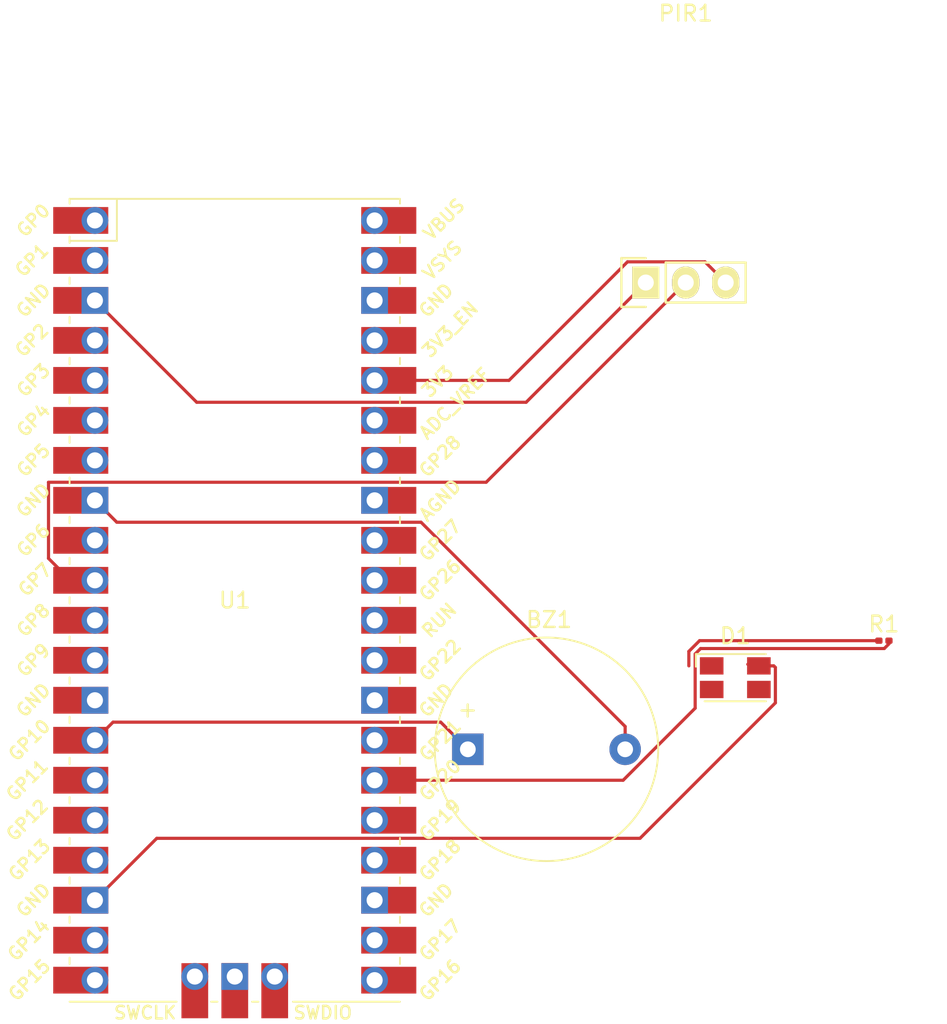
<source format=kicad_pcb>
(kicad_pcb (version 20240108) (generator "pcbnew") (generator_version "8.0")
  (layers (0 "F.Cu" signal) (31 "B.Cu" signal) (34 "B.Paste" user) (35 "F.Paste" user) (36 "B.SilkS" user "B.Silkscreen") (37 "F.SilkS" user "F.Silkscreen") (38 "B.Mask" user) (39 "F.Mask" user) (44 "Edge.Cuts" user))
  (net 0 "")
  (net 1 "Net-(BZ1-+)")
  (net 2 "Net-(BZ1--)")
  (net 3 "Net-(D1-A)")
  (net 4 "Net-(D1-K)")
  (net 5 "Net-(PIR1-VCC)")
  (net 6 "Net-(PIR1-DATA)")
  (net 7 "Net-(PIR1-GND)")
  (net 8 "Net-(U1-GPIO20)")
  (footprint "Resistor_SMD:R_0201_0603Metric" (layer "F.Cu") (at 127.655 98.5)
    (property "Reference" "R1" (at 0 -1.05 0) (layer "F.SilkS"))
    (property "Value" "R")
    (pad "1" smd roundrect (at -0.32 0) (size 0.46 0.4) (layers "F.Cu" "F.Mask") (net 4 "Net-(D1-K)"))
    (pad "2" smd roundrect (at 0.32 0) (size 0.46 0.4) (layers "F.Cu" "F.Mask") (net 8 "Net-(U1-GPIO20)"))
  )
  (footprint "MCU_RaspberryPi_and_Boards:RPi_Pico_SMD_TH" (layer "F.Cu") (at 86.39 95.935)
    (property "Reference" "U1" (at 0 0 0) (layer "F.SilkS"))
    (property "Value" "Pico")
    (fp_line (start -10.5 -25.5) (end -10.5 -25.2) (stroke (width 0.12)) (layer "F.SilkS"))
    (fp_line (start -10.5 -25.5) (end 10.5 -25.5) (stroke (width 0.12)) (layer "F.SilkS"))
    (fp_line (start -10.5 -23.1) (end -10.5 -22.7) (stroke (width 0.12)) (layer "F.SilkS"))
    (fp_line (start -10.5 -22.833) (end -7.493 -22.833) (stroke (width 0.12)) (layer "F.SilkS"))
    (fp_line (start -10.5 -20.5) (end -10.5 -20.1) (stroke (width 0.12)) (layer "F.SilkS"))
    (fp_line (start -10.5 -18) (end -10.5 -17.6) (stroke (width 0.12)) (layer "F.SilkS"))
    (fp_line (start -10.5 -15.4) (end -10.5 -15) (stroke (width 0.12)) (layer "F.SilkS"))
    (fp_line (start -10.5 -12.9) (end -10.5 -12.5) (stroke (width 0.12)) (layer "F.SilkS"))
    (fp_line (start -10.5 -10.4) (end -10.5 -10) (stroke (width 0.12)) (layer "F.SilkS"))
    (fp_line (start -10.5 -7.8) (end -10.5 -7.4) (stroke (width 0.12)) (layer "F.SilkS"))
    (fp_line (start -10.5 -5.3) (end -10.5 -4.9) (stroke (width 0.12)) (layer "F.SilkS"))
    (fp_line (start -10.5 -2.7) (end -10.5 -2.3) (stroke (width 0.12)) (layer "F.SilkS"))
    (fp_line (start -10.5 -0.2) (end -10.5 0.2) (stroke (width 0.12)) (layer "F.SilkS"))
    (fp_line (start -10.5 2.3) (end -10.5 2.7) (stroke (width 0.12)) (layer "F.SilkS"))
    (fp_line (start -10.5 4.9) (end -10.5 5.3) (stroke (width 0.12)) (layer "F.SilkS"))
    (fp_line (start -10.5 7.4) (end -10.5 7.8) (stroke (width 0.12)) (layer "F.SilkS"))
    (fp_line (start -10.5 10) (end -10.5 10.4) (stroke (width 0.12)) (layer "F.SilkS"))
    (fp_line (start -10.5 12.5) (end -10.5 12.9) (stroke (width 0.12)) (layer "F.SilkS"))
    (fp_line (start -10.5 15.1) (end -10.5 15.5) (stroke (width 0.12)) (layer "F.SilkS"))
    (fp_line (start -10.5 17.6) (end -10.5 18) (stroke (width 0.12)) (layer "F.SilkS"))
    (fp_line (start -10.5 20.1) (end -10.5 20.5) (stroke (width 0.12)) (layer "F.SilkS"))
    (fp_line (start -10.5 22.7) (end -10.5 23.1) (stroke (width 0.12)) (layer "F.SilkS"))
    (fp_line (start -7.493 -22.833) (end -7.493 -25.5) (stroke (width 0.12)) (layer "F.SilkS"))
    (fp_line (start -3.7 25.5) (end -10.5 25.5) (stroke (width 0.12)) (layer "F.SilkS"))
    (fp_line (start -1.5 25.5) (end -1.1 25.5) (stroke (width 0.12)) (layer "F.SilkS"))
    (fp_line (start 1.1 25.5) (end 1.5 25.5) (stroke (width 0.12)) (layer "F.SilkS"))
    (fp_line (start 10.5 -25.5) (end 10.5 -25.2) (stroke (width 0.12)) (layer "F.SilkS"))
    (fp_line (start 10.5 -23.1) (end 10.5 -22.7) (stroke (width 0.12)) (layer "F.SilkS"))
    (fp_line (start 10.5 -20.5) (end 10.5 -20.1) (stroke (width 0.12)) (layer "F.SilkS"))
    (fp_line (start 10.5 -18) (end 10.5 -17.6) (stroke (width 0.12)) (layer "F.SilkS"))
    (fp_line (start 10.5 -15.4) (end 10.5 -15) (stroke (width 0.12)) (layer "F.SilkS"))
    (fp_line (start 10.5 -12.9) (end 10.5 -12.5) (stroke (width 0.12)) (layer "F.SilkS"))
    (fp_line (start 10.5 -10.4) (end 10.5 -10) (stroke (width 0.12)) (layer "F.SilkS"))
    (fp_line (start 10.5 -7.8) (end 10.5 -7.4) (stroke (width 0.12)) (layer "F.SilkS"))
    (fp_line (start 10.5 -5.3) (end 10.5 -4.9) (stroke (width 0.12)) (layer "F.SilkS"))
    (fp_line (start 10.5 -2.7) (end 10.5 -2.3) (stroke (width 0.12)) (layer "F.SilkS"))
    (fp_line (start 10.5 -0.2) (end 10.5 0.2) (stroke (width 0.12)) (layer "F.SilkS"))
    (fp_line (start 10.5 2.3) (end 10.5 2.7) (stroke (width 0.12)) (layer "F.SilkS"))
    (fp_line (start 10.5 4.9) (end 10.5 5.3) (stroke (width 0.12)) (layer "F.SilkS"))
    (fp_line (start 10.5 7.4) (end 10.5 7.8) (stroke (width 0.12)) (layer "F.SilkS"))
    (fp_line (start 10.5 10) (end 10.5 10.4) (stroke (width 0.12)) (layer "F.SilkS"))
    (fp_line (start 10.5 12.5) (end 10.5 12.9) (stroke (width 0.12)) (layer "F.SilkS"))
    (fp_line (start 10.5 15.1) (end 10.5 15.5) (stroke (width 0.12)) (layer "F.SilkS"))
    (fp_line (start 10.5 17.6) (end 10.5 18) (stroke (width 0.12)) (layer "F.SilkS"))
    (fp_line (start 10.5 20.1) (end 10.5 20.5) (stroke (width 0.12)) (layer "F.SilkS"))
    (fp_line (start 10.5 22.7) (end 10.5 23.1) (stroke (width 0.12)) (layer "F.SilkS"))
    (fp_line (start 10.5 25.5) (end 3.7 25.5) (stroke (width 0.12)) (layer "F.SilkS"))
    (fp_text user "GP18" (at 13.054 16.51 45) (layer "F.SilkS") (effects (font (size 0.8 0.8))))
    (fp_text user "GP15" (at -13.054 24.13 45) (layer "F.SilkS") (effects (font (size 0.8 0.8))))
    (fp_text user "GP12" (at -13.2 13.97 45) (layer "F.SilkS") (effects (font (size 0.8 0.8))))
    (fp_text user "GP13" (at -13.054 16.51 45) (layer "F.SilkS") (effects (font (size 0.8 0.8))))
    (fp_text user "GP8" (at -12.8 1.27 45) (layer "F.SilkS") (effects (font (size 0.8 0.8))))
    (fp_text user "GP14" (at -13.1 21.59 45) (layer "F.SilkS") (effects (font (size 0.8 0.8))))
    (fp_text user "GND" (at -12.8 -19.05 45) (layer "F.SilkS") (effects (font (size 0.8 0.8))))
    (fp_text user "GP4" (at -12.8 -11.43 45) (layer "F.SilkS") (effects (font (size 0.8 0.8))))
    (fp_text user "3V3_EN" (at 13.7 -17.2 45) (layer "F.SilkS") (effects (font (size 0.8 0.8))))
    (fp_text user "GP0" (at -12.8 -24.13 45) (layer "F.SilkS") (effects (font (size 0.8 0.8))))
    (fp_text user "3V3" (at 12.9 -13.9 45) (layer "F.SilkS") (effects (font (size 0.8 0.8))))
    (fp_text user "GP26" (at 13.054 -1.27 45) (layer "F.SilkS") (effects (font (size 0.8 0.8))))
    (fp_text user "GP10" (at -13.054 8.89 45) (layer "F.SilkS") (effects (font (size 0.8 0.8))))
    (fp_text user "RUN" (at 13 1.27 45) (layer "F.SilkS") (effects (font (size 0.8 0.8))))
    (fp_text user "AGND" (at 13.054 -6.35 45) (layer "F.SilkS") (effects (font (size 0.8 0.8))))
    (fp_text user "GP2" (at -12.9 -16.51 45) (layer "F.SilkS") (effects (font (size 0.8 0.8))))
    (fp_text user "GP6" (at -12.8 -3.81 45) (layer "F.SilkS") (effects (font (size 0.8 0.8))))
    (fp_text user "GP22" (at 13.054 3.81 45) (layer "F.SilkS") (effects (font (size 0.8 0.8))))
    (fp_text user "GND" (at 12.8 -19.05 45) (layer "F.SilkS") (effects (font (size 0.8 0.8))))
    (fp_text user "GND" (at 12.8 6.35 45) (layer "F.SilkS") (effects (font (size 0.8 0.8))))
    (fp_text user "GP5" (at -12.8 -8.89 45) (layer "F.SilkS") (effects (font (size 0.8 0.8))))
    (fp_text user "GND" (at -12.8 -6.35 45) (layer "F.SilkS") (effects (font (size 0.8 0.8))))
    (fp_text user "ADC_VREF" (at 14 -12.5 45) (layer "F.SilkS") (effects (font (size 0.8 0.8))))
    (fp_text user "SWDIO" (at 5.6 26.2 0) (layer "F.SilkS") (effects (font (size 0.8 0.8))))
    (fp_text user "GP28" (at 13.054 -9.144 45) (layer "F.SilkS") (effects (font (size 0.8 0.8))))
    (fp_text user "GP7" (at -12.7 -1.3 45) (layer "F.SilkS") (effects (font (size 0.8 0.8))))
    (fp_text user "GP21" (at 13.054 8.9 45) (layer "F.SilkS") (effects (font (size 0.8 0.8))))
    (fp_text user "SWCLK" (at -5.7 26.2 0) (layer "F.SilkS") (effects (font (size 0.8 0.8))))
    (fp_text user "GP16" (at 13.054 24.13 45) (layer "F.SilkS") (effects (font (size 0.8 0.8))))
    (fp_text user "VBUS" (at 13.3 -24.2 45) (layer "F.SilkS") (effects (font (size 0.8 0.8))))
    (fp_text user "GP17" (at 13.054 21.59 45) (layer "F.SilkS") (effects (font (size 0.8 0.8))))
    (fp_text user "GND" (at -12.8 6.35 45) (layer "F.SilkS") (effects (font (size 0.8 0.8))))
    (fp_text user "GP20" (at 13.054 11.43 45) (layer "F.SilkS") (effects (font (size 0.8 0.8))))
    (fp_text user "GP1" (at -12.9 -21.6 45) (layer "F.SilkS") (effects (font (size 0.8 0.8))))
    (fp_text user "GP19" (at 13.054 13.97 45) (layer "F.SilkS") (effects (font (size 0.8 0.8))))
    (fp_text user "GP11" (at -13.2 11.43 45) (layer "F.SilkS") (effects (font (size 0.8 0.8))))
    (fp_text user "GND" (at -12.8 19.05 45) (layer "F.SilkS") (effects (font (size 0.8 0.8))))
    (fp_text user "GND" (at 12.8 19.05 45) (layer "F.SilkS") (effects (font (size 0.8 0.8))))
    (fp_text user "VSYS" (at 13.2 -21.59 45) (layer "F.SilkS") (effects (font (size 0.8 0.8))))
    (fp_text user "GP9" (at -12.8 3.81 45) (layer "F.SilkS") (effects (font (size 0.8 0.8))))
    (fp_text user "GP3" (at -12.8 -13.97 45) (layer "F.SilkS") (effects (font (size 0.8 0.8))))
    (fp_text user "GP27" (at 13.054 -3.8 45) (layer "F.SilkS") (effects (font (size 0.8 0.8))))
    (pad "" np_thru_hole oval (at -2.725 -24) (size 1.8 1.8) (drill 1.8) (layers "*.Cu" "*.Mask"))
    (pad "" np_thru_hole oval (at -2.425 -20.97) (size 1.5 1.5) (drill 1.5) (layers "*.Cu" "*.Mask"))
    (pad "" np_thru_hole oval (at 2.425 -20.97) (size 1.5 1.5) (drill 1.5) (layers "*.Cu" "*.Mask"))
    (pad "" np_thru_hole oval (at 2.725 -24) (size 1.8 1.8) (drill 1.8) (layers "*.Cu" "*.Mask"))
    (pad "1" thru_hole oval (at -8.89 -24.13) (size 1.7 1.7) (drill 1.02) (layers "*.Cu" "*.Mask"))
    (pad "1" smd rect (at -8.89 -24.13) (size 3.5 1.7) (drill (offset -0.9 0)) (layers "F.Cu" "F.Mask"))
    (pad "2" thru_hole oval (at -8.89 -21.59) (size 1.7 1.7) (drill 1.02) (layers "*.Cu" "*.Mask"))
    (pad "2" smd rect (at -8.89 -21.59) (size 3.5 1.7) (drill (offset -0.9 0)) (layers "F.Cu" "F.Mask"))
    (pad "3" thru_hole rect (at -8.89 -19.05) (size 1.7 1.7) (drill 1.02) (layers "*.Cu" "*.Mask") (net 7 "Net-(PIR1-GND)"))
    (pad "3" smd rect (at -8.89 -19.05) (size 3.5 1.7) (drill (offset -0.9 0)) (layers "F.Cu" "F.Mask") (net 7 "Net-(PIR1-GND)"))
    (pad "4" thru_hole oval (at -8.89 -16.51) (size 1.7 1.7) (drill 1.02) (layers "*.Cu" "*.Mask"))
    (pad "4" smd rect (at -8.89 -16.51) (size 3.5 1.7) (drill (offset -0.9 0)) (layers "F.Cu" "F.Mask"))
    (pad "5" thru_hole oval (at -8.89 -13.97) (size 1.7 1.7) (drill 1.02) (layers "*.Cu" "*.Mask"))
    (pad "5" smd rect (at -8.89 -13.97) (size 3.5 1.7) (drill (offset -0.9 0)) (layers "F.Cu" "F.Mask"))
    (pad "6" thru_hole oval (at -8.89 -11.43) (size 1.7 1.7) (drill 1.02) (layers "*.Cu" "*.Mask"))
    (pad "6" smd rect (at -8.89 -11.43) (size 3.5 1.7) (drill (offset -0.9 0)) (layers "F.Cu" "F.Mask"))
    (pad "7" thru_hole oval (at -8.89 -8.89) (size 1.7 1.7) (drill 1.02) (layers "*.Cu" "*.Mask"))
    (pad "7" smd rect (at -8.89 -8.89) (size 3.5 1.7) (drill (offset -0.9 0)) (layers "F.Cu" "F.Mask"))
    (pad "8" thru_hole rect (at -8.89 -6.35) (size 1.7 1.7) (drill 1.02) (layers "*.Cu" "*.Mask") (net 2 "Net-(BZ1--)"))
    (pad "8" smd rect (at -8.89 -6.35) (size 3.5 1.7) (drill (offset -0.9 0)) (layers "F.Cu" "F.Mask") (net 2 "Net-(BZ1--)"))
    (pad "9" thru_hole oval (at -8.89 -3.81) (size 1.7 1.7) (drill 1.02) (layers "*.Cu" "*.Mask"))
    (pad "9" smd rect (at -8.89 -3.81) (size 3.5 1.7) (drill (offset -0.9 0)) (layers "F.Cu" "F.Mask"))
    (pad "10" thru_hole oval (at -8.89 -1.27) (size 1.7 1.7) (drill 1.02) (layers "*.Cu" "*.Mask") (net 6 "Net-(PIR1-DATA)"))
    (pad "10" smd rect (at -8.89 -1.27) (size 3.5 1.7) (drill (offset -0.9 0)) (layers "F.Cu" "F.Mask") (net 6 "Net-(PIR1-DATA)"))
    (pad "11" thru_hole oval (at -8.89 1.27) (size 1.7 1.7) (drill 1.02) (layers "*.Cu" "*.Mask"))
    (pad "11" smd rect (at -8.89 1.27) (size 3.5 1.7) (drill (offset -0.9 0)) (layers "F.Cu" "F.Mask"))
    (pad "12" thru_hole oval (at -8.89 3.81) (size 1.7 1.7) (drill 1.02) (layers "*.Cu" "*.Mask"))
    (pad "12" smd rect (at -8.89 3.81) (size 3.5 1.7) (drill (offset -0.9 0)) (layers "F.Cu" "F.Mask"))
    (pad "13" thru_hole rect (at -8.89 6.35) (size 1.7 1.7) (drill 1.02) (layers "*.Cu" "*.Mask"))
    (pad "13" smd rect (at -8.89 6.35) (size 3.5 1.7) (drill (offset -0.9 0)) (layers "F.Cu" "F.Mask"))
    (pad "14" thru_hole oval (at -8.89 8.89) (size 1.7 1.7) (drill 1.02) (layers "*.Cu" "*.Mask") (net 1 "Net-(BZ1-+)"))
    (pad "14" smd rect (at -8.89 8.89) (size 3.5 1.7) (drill (offset -0.9 0)) (layers "F.Cu" "F.Mask") (net 1 "Net-(BZ1-+)"))
    (pad "15" thru_hole oval (at -8.89 11.43) (size 1.7 1.7) (drill 1.02) (layers "*.Cu" "*.Mask"))
    (pad "15" smd rect (at -8.89 11.43) (size 3.5 1.7) (drill (offset -0.9 0)) (layers "F.Cu" "F.Mask"))
    (pad "16" thru_hole oval (at -8.89 13.97) (size 1.7 1.7) (drill 1.02) (layers "*.Cu" "*.Mask"))
    (pad "16" smd rect (at -8.89 13.97) (size 3.5 1.7) (drill (offset -0.9 0)) (layers "F.Cu" "F.Mask"))
    (pad "17" thru_hole oval (at -8.89 16.51) (size 1.7 1.7) (drill 1.02) (layers "*.Cu" "*.Mask"))
    (pad "17" smd rect (at -8.89 16.51) (size 3.5 1.7) (drill (offset -0.9 0)) (layers "F.Cu" "F.Mask"))
    (pad "18" thru_hole rect (at -8.89 19.05) (size 1.7 1.7) (drill 1.02) (layers "*.Cu" "*.Mask") (net 3 "Net-(D1-A)"))
    (pad "18" smd rect (at -8.89 19.05) (size 3.5 1.7) (drill (offset -0.9 0)) (layers "F.Cu" "F.Mask") (net 3 "Net-(D1-A)"))
    (pad "19" thru_hole oval (at -8.89 21.59) (size 1.7 1.7) (drill 1.02) (layers "*.Cu" "*.Mask"))
    (pad "19" smd rect (at -8.89 21.59) (size 3.5 1.7) (drill (offset -0.9 0)) (layers "F.Cu" "F.Mask"))
    (pad "20" thru_hole oval (at -8.89 24.13) (size 1.7 1.7) (drill 1.02) (layers "*.Cu" "*.Mask"))
    (pad "20" smd rect (at -8.89 24.13) (size 3.5 1.7) (drill (offset -0.9 0)) (layers "F.Cu" "F.Mask"))
    (pad "21" thru_hole oval (at 8.89 24.13) (size 1.7 1.7) (drill 1.02) (layers "*.Cu" "*.Mask"))
    (pad "21" smd rect (at 8.89 24.13) (size 3.5 1.7) (drill (offset 0.9 0)) (layers "F.Cu" "F.Mask"))
    (pad "22" thru_hole oval (at 8.89 21.59) (size 1.7 1.7) (drill 1.02) (layers "*.Cu" "*.Mask"))
    (pad "22" smd rect (at 8.89 21.59) (size 3.5 1.7) (drill (offset 0.9 0)) (layers "F.Cu" "F.Mask"))
    (pad "23" thru_hole rect (at 8.89 19.05) (size 1.7 1.7) (drill 1.02) (layers "*.Cu" "*.Mask"))
    (pad "23" smd rect (at 8.89 19.05) (size 3.5 1.7) (drill (offset 0.9 0)) (layers "F.Cu" "F.Mask"))
    (pad "24" thru_hole oval (at 8.89 16.51) (size 1.7 1.7) (drill 1.02) (layers "*.Cu" "*.Mask"))
    (pad "24" smd rect (at 8.89 16.51) (size 3.5 1.7) (drill (offset 0.9 0)) (layers "F.Cu" "F.Mask"))
    (pad "25" thru_hole oval (at 8.89 13.97) (size 1.7 1.7) (drill 1.02) (layers "*.Cu" "*.Mask"))
    (pad "25" smd rect (at 8.89 13.97) (size 3.5 1.7) (drill (offset 0.9 0)) (layers "F.Cu" "F.Mask"))
    (pad "26" thru_hole oval (at 8.89 11.43) (size 1.7 1.7) (drill 1.02) (layers "*.Cu" "*.Mask") (net 8 "Net-(U1-GPIO20)"))
    (pad "26" smd rect (at 8.89 11.43) (size 3.5 1.7) (drill (offset 0.9 0)) (layers "F.Cu" "F.Mask") (net 8 "Net-(U1-GPIO20)"))
    (pad "27" thru_hole oval (at 8.89 8.89) (size 1.7 1.7) (drill 1.02) (layers "*.Cu" "*.Mask"))
    (pad "27" smd rect (at 8.89 8.89) (size 3.5 1.7) (drill (offset 0.9 0)) (layers "F.Cu" "F.Mask"))
    (pad "28" thru_hole rect (at 8.89 6.35) (size 1.7 1.7) (drill 1.02) (layers "*.Cu" "*.Mask"))
    (pad "28" smd rect (at 8.89 6.35) (size 3.5 1.7) (drill (offset 0.9 0)) (layers "F.Cu" "F.Mask"))
    (pad "29" thru_hole oval (at 8.89 3.81) (size 1.7 1.7) (drill 1.02) (layers "*.Cu" "*.Mask"))
    (pad "29" smd rect (at 8.89 3.81) (size 3.5 1.7) (drill (offset 0.9 0)) (layers "F.Cu" "F.Mask"))
    (pad "30" thru_hole oval (at 8.89 1.27) (size 1.7 1.7) (drill 1.02) (layers "*.Cu" "*.Mask"))
    (pad "30" smd rect (at 8.89 1.27) (size 3.5 1.7) (drill (offset 0.9 0)) (layers "F.Cu" "F.Mask"))
    (pad "31" thru_hole oval (at 8.89 -1.27) (size 1.7 1.7) (drill 1.02) (layers "*.Cu" "*.Mask"))
    (pad "31" smd rect (at 8.89 -1.27) (size 3.5 1.7) (drill (offset 0.9 0)) (layers "F.Cu" "F.Mask"))
    (pad "32" thru_hole oval (at 8.89 -3.81) (size 1.7 1.7) (drill 1.02) (layers "*.Cu" "*.Mask"))
    (pad "32" smd rect (at 8.89 -3.81) (size 3.5 1.7) (drill (offset 0.9 0)) (layers "F.Cu" "F.Mask"))
    (pad "33" thru_hole rect (at 8.89 -6.35) (size 1.7 1.7) (drill 1.02) (layers "*.Cu" "*.Mask"))
    (pad "33" smd rect (at 8.89 -6.35) (size 3.5 1.7) (drill (offset 0.9 0)) (layers "F.Cu" "F.Mask"))
    (pad "34" thru_hole oval (at 8.89 -8.89) (size 1.7 1.7) (drill 1.02) (layers "*.Cu" "*.Mask"))
    (pad "34" smd rect (at 8.89 -8.89) (size 3.5 1.7) (drill (offset 0.9 0)) (layers "F.Cu" "F.Mask"))
    (pad "35" thru_hole oval (at 8.89 -11.43) (size 1.7 1.7) (drill 1.02) (layers "*.Cu" "*.Mask"))
    (pad "35" smd rect (at 8.89 -11.43) (size 3.5 1.7) (drill (offset 0.9 0)) (layers "F.Cu" "F.Mask"))
    (pad "36" thru_hole oval (at 8.89 -13.97) (size 1.7 1.7) (drill 1.02) (layers "*.Cu" "*.Mask") (net 5 "Net-(PIR1-VCC)"))
    (pad "36" smd rect (at 8.89 -13.97) (size 3.5 1.7) (drill (offset 0.9 0)) (layers "F.Cu" "F.Mask") (net 5 "Net-(PIR1-VCC)"))
    (pad "37" thru_hole oval (at 8.89 -16.51) (size 1.7 1.7) (drill 1.02) (layers "*.Cu" "*.Mask"))
    (pad "37" smd rect (at 8.89 -16.51) (size 3.5 1.7) (drill (offset 0.9 0)) (layers "F.Cu" "F.Mask"))
    (pad "38" thru_hole rect (at 8.89 -19.05) (size 1.7 1.7) (drill 1.02) (layers "*.Cu" "*.Mask"))
    (pad "38" smd rect (at 8.89 -19.05) (size 3.5 1.7) (drill (offset 0.9 0)) (layers "F.Cu" "F.Mask"))
    (pad "39" thru_hole oval (at 8.89 -21.59) (size 1.7 1.7) (drill 1.02) (layers "*.Cu" "*.Mask"))
    (pad "39" smd rect (at 8.89 -21.59) (size 3.5 1.7) (drill (offset 0.9 0)) (layers "F.Cu" "F.Mask"))
    (pad "40" thru_hole oval (at 8.89 -24.13) (size 1.7 1.7) (drill 1.02) (layers "*.Cu" "*.Mask"))
    (pad "40" smd rect (at 8.89 -24.13) (size 3.5 1.7) (drill (offset 0.9 0)) (layers "F.Cu" "F.Mask"))
    (pad "41" thru_hole oval (at -2.54 23.9) (size 1.7 1.7) (drill 1.02) (layers "*.Cu" "*.Mask"))
    (pad "41" smd rect (at -2.54 23.9 90) (size 3.5 1.7) (drill (offset -0.9 0)) (layers "F.Cu" "F.Mask"))
    (pad "42" thru_hole rect (at 0 23.9) (size 1.7 1.7) (drill 1.02) (layers "*.Cu" "*.Mask"))
    (pad "42" smd rect (at 0 23.9 90) (size 3.5 1.7) (drill (offset -0.9 0)) (layers "F.Cu" "F.Mask"))
    (pad "43" thru_hole oval (at 2.54 23.9) (size 1.7 1.7) (drill 1.02) (layers "*.Cu" "*.Mask"))
    (pad "43" smd rect (at 2.54 23.9 90) (size 3.5 1.7) (drill (offset -0.9 0)) (layers "F.Cu" "F.Mask"))
  )
  (footprint "Sensors:PIR_Motion_Sensor" (layer "F.Cu") (at 115.0568 75.75)
    (property "Reference" "PIR1" (at 0 -17.1 0) (layer "F.SilkS"))
    (property "Value" "PIR_Motion_Sensor")
    (fp_line (start -4.09 -1.55) (end -2.54 -1.55) (stroke (width 0.15)) (layer "F.SilkS"))
    (fp_line (start -4.09 1.55) (end -4.09 -1.55) (stroke (width 0.15)) (layer "F.SilkS"))
    (fp_line (start -2.54 1.55) (end -4.09 1.55) (stroke (width 0.15)) (layer "F.SilkS"))
    (fp_line (start -1.27 -1.27) (end -1.27 1.27) (stroke (width 0.15)) (layer "F.SilkS"))
    (fp_line (start -1.27 1.27) (end 3.81 1.27) (stroke (width 0.15)) (layer "F.SilkS"))
    (fp_line (start 3.81 -1.27) (end -1.27 -1.27) (stroke (width 0.15)) (layer "F.SilkS"))
    (fp_line (start 3.81 1.27) (end 3.81 -1.27) (stroke (width 0.15)) (layer "F.SilkS"))
    (pad "1" thru_hole rect (at -2.54 0 90) (size 2.032 1.7272) (drill 1.016) (layers "*.Cu" "*.Mask" "F.SilkS") (net 7 "Net-(PIR1-GND)"))
    (pad "2" thru_hole oval (at 0 0 90) (size 2.032 1.7272) (drill 1.016) (layers "*.Cu" "*.Mask" "F.SilkS") (net 6 "Net-(PIR1-DATA)"))
    (pad "3" thru_hole oval (at 2.54 0 90) (size 2.032 1.7272) (drill 1.016) (layers "*.Cu" "*.Mask" "F.SilkS") (net 5 "Net-(PIR1-VCC)"))
  )
  (footprint "LED_SMD:LED_Avago_PLCC4_3.2x2.8mm_CW" (layer "F.Cu") (at 118.205 100.85)
    (property "Reference" "D1" (at 0 -2.65 0) (layer "F.SilkS"))
    (property "Value" "LED")
    (fp_line (start -2.500044 -1.5) (end 1.95 -1.5) (stroke (width 0.12)) (layer "F.SilkS"))
    (fp_line (start -2.5 -0.7) (end -2.5 -1.5) (stroke (width 0.12)) (layer "F.SilkS"))
    (fp_line (start -1.95 1.5) (end 1.95 1.5) (stroke (width 0.12)) (layer "F.SilkS"))
    (pad "1" smd rect (at -1.5 -0.75) (size 1.5 1.1) (layers "F.Cu" "F.Paste" "F.Mask") (net 4 "Net-(D1-K)"))
    (pad "2" smd rect (at 1.5 -0.75) (size 1.5 1.1) (layers "F.Cu" "F.Paste" "F.Mask") (net 3 "Net-(D1-A)"))
    (pad "3" smd rect (at 1.5 0.75) (size 1.5 1.1) (layers "F.Cu" "F.Paste" "F.Mask"))
    (pad "4" smd rect (at -1.5 0.75) (size 1.5 1.1) (layers "F.Cu" "F.Paste" "F.Mask"))
  )
  (footprint "Buzzer_Beeper:Buzzer_D14mm_H7mm_P10mm" (layer "F.Cu") (at 101.205 105.4)
    (property "Reference" "BZ1" (at 5.16 -8.23 0) (layer "F.SilkS"))
    (property "Value" "Buzzer")
    (fp_circle (center 5 0) (end 12.1 0) (stroke (width 0.12)) (fill none) (layer "F.SilkS"))
    (fp_text user "+" (at -0.01 -2.54 0) (layer "F.SilkS"))
    (pad "1" thru_hole rect (at 0 0) (size 2 2) (drill 1) (layers "*.Cu" "*.Mask") (net 1 "Net-(BZ1-+)"))
    (pad "2" thru_hole circle (at 10 0) (size 2 2) (drill 1) (layers "*.Cu" "*.Mask") (net 2 "Net-(BZ1--)"))
  )
  (segment (start 78.65 103.675) (end 77.5 104.825) (width 0.2) (layer "F.Cu") (net 1))
  (segment (start 101.205 105.4) (end 99.48 103.675) (width 0.2) (layer "F.Cu") (net 1))
  (segment (start 99.48 103.675) (end 78.65 103.675) (width 0.2) (layer "F.Cu") (net 1))
  (segment (start 111.205 105.4) (end 111.205 103.95) (width 0.2) (layer "F.Cu") (net 2))
  (segment (start 98.23 90.975) (end 78.89 90.975) (width 0.2) (layer "F.Cu") (net 2))
  (segment (start 78.89 90.975) (end 77.5 89.585) (width 0.2) (layer "F.Cu") (net 2))
  (segment (start 111.205 103.95) (end 98.23 90.975) (width 0.2) (layer "F.Cu") (net 2))
  (segment (start 120.655 100.1) (end 119.705 100.1) (width 0.2) (layer "F.Cu") (net 3))
  (segment (start 120.755 102.45) (end 120.755 100.2) (width 0.2) (layer "F.Cu") (net 3))
  (segment (start 119.605 100) (end 119 100) (width 0.2) (layer "F.Cu") (net 3))
  (segment (start 81.43 111.055) (end 112.15 111.055) (width 0.2) (layer "F.Cu") (net 3))
  (segment (start 112.15 111.055) (end 120.755 102.45) (width 0.2) (layer "F.Cu") (net 3))
  (segment (start 120.755 100.2) (end 120.655 100.1) (width 0.2) (layer "F.Cu") (net 3))
  (segment (start 119.605 100) (end 119.705 100.1) (width 0.2) (layer "F.Cu") (net 3))
  (segment (start 77.5 114.985) (end 81.43 111.055) (width 0.2) (layer "F.Cu") (net 3))
  (segment (start 115.255 99.179314) (end 115.255 100.1) (width 0.2) (layer "F.Cu") (net 4))
  (segment (start 127.335 98.5) (end 115.934314 98.5) (width 0.2) (layer "F.Cu") (net 4))
  (segment (start 115.934314 98.5) (end 115.255 99.179314) (width 0.2) (layer "F.Cu") (net 4))
  (segment (start 116.2808 74.434) (end 117.5968 75.75) (width 0.2) (layer "F.Cu") (net 5))
  (segment (start 111.3532 74.434) (end 116.2808 74.434) (width 0.2) (layer "F.Cu") (net 5))
  (segment (start 95.28 81.965) (end 103.8222 81.965) (width 0.2) (layer "F.Cu") (net 5))
  (segment (start 103.8222 81.965) (end 111.3532 74.434) (width 0.2) (layer "F.Cu") (net 5))
  (segment (start 75.94 94.665) (end 74.55 93.275) (width 0.2) (layer "F.Cu") (net 6))
  (segment (start 74.55 88.435) (end 102.3718 88.435) (width 0.2) (layer "F.Cu") (net 6))
  (segment (start 77.5 94.665) (end 75.94 94.665) (width 0.2) (layer "F.Cu") (net 6))
  (segment (start 102.3718 88.435) (end 115.0568 75.75) (width 0.2) (layer "F.Cu") (net 6))
  (segment (start 74.55 93.275) (end 74.55 88.435) (width 0.2) (layer "F.Cu") (net 6))
  (segment (start 83.97 83.355) (end 77.5 76.885) (width 0.2) (layer "F.Cu") (net 7))
  (segment (start 104.9118 83.355) (end 83.97 83.355) (width 0.2) (layer "F.Cu") (net 7))
  (segment (start 112.5168 75.75) (end 104.9118 83.355) (width 0.2) (layer "F.Cu") (net 7))
  (segment (start 115.655 102.788478) (end 115.655 99.345) (width 0.2) (layer "F.Cu") (net 8))
  (segment (start 111.078478 107.365) (end 115.655 102.788478) (width 0.2) (layer "F.Cu") (net 8))
  (segment (start 127.975 98.699999) (end 127.975 98.5) (width 0.2) (layer "F.Cu") (net 8))
  (segment (start 116 99) (end 127.674999 99) (width 0.2) (layer "F.Cu") (net 8))
  (segment (start 115.655 99.345) (end 116 99) (width 0.2) (layer "F.Cu") (net 8))
  (segment (start 127.674999 99) (end 127.975 98.699999) (width 0.2) (layer "F.Cu") (net 8))
  (segment (start 95.28 107.365) (end 111.078478 107.365) (width 0.2) (layer "F.Cu") (net 8))
)
</source>
